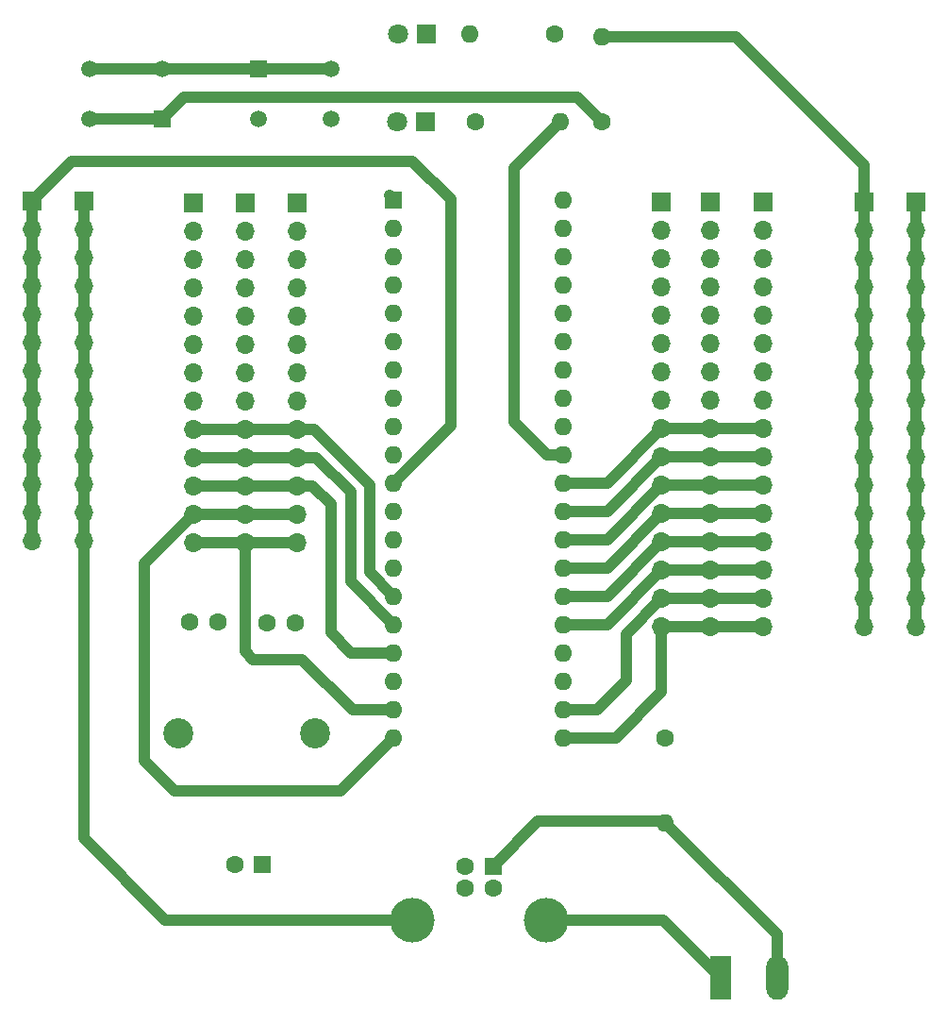
<source format=gbr>
%TF.GenerationSoftware,KiCad,Pcbnew,8.0.8*%
%TF.CreationDate,2025-04-17T23:47:09-06:00*%
%TF.ProjectId,Coquirana1,436f7175-6972-4616-9e61-312e6b696361,rev?*%
%TF.SameCoordinates,Original*%
%TF.FileFunction,Copper,L1,Top*%
%TF.FilePolarity,Positive*%
%FSLAX46Y46*%
G04 Gerber Fmt 4.6, Leading zero omitted, Abs format (unit mm)*
G04 Created by KiCad (PCBNEW 8.0.8) date 2025-04-17 23:47:09*
%MOMM*%
%LPD*%
G01*
G04 APERTURE LIST*
%TA.AperFunction,ComponentPad*%
%ADD10C,1.600000*%
%TD*%
%TA.AperFunction,ComponentPad*%
%ADD11O,1.600000X1.600000*%
%TD*%
%TA.AperFunction,ComponentPad*%
%ADD12C,1.498000*%
%TD*%
%TA.AperFunction,ComponentPad*%
%ADD13R,1.498000X1.498000*%
%TD*%
%TA.AperFunction,ComponentPad*%
%ADD14R,1.700000X1.700000*%
%TD*%
%TA.AperFunction,ComponentPad*%
%ADD15O,1.700000X1.700000*%
%TD*%
%TA.AperFunction,ComponentPad*%
%ADD16R,1.600000X1.600000*%
%TD*%
%TA.AperFunction,ComponentPad*%
%ADD17R,1.800000X1.800000*%
%TD*%
%TA.AperFunction,ComponentPad*%
%ADD18C,1.800000*%
%TD*%
%TA.AperFunction,ComponentPad*%
%ADD19C,4.000000*%
%TD*%
%TA.AperFunction,ComponentPad*%
%ADD20R,1.980000X3.960000*%
%TD*%
%TA.AperFunction,ComponentPad*%
%ADD21O,1.980000X3.960000*%
%TD*%
%TA.AperFunction,ComponentPad*%
%ADD22C,2.700000*%
%TD*%
%TA.AperFunction,Conductor*%
%ADD23C,1.000000*%
%TD*%
G04 APERTURE END LIST*
D10*
%TO.P,R5.1k,1*%
%TO.N,pin38*%
X166100000Y-113190000D03*
D11*
%TO.P,R5.1k,2*%
%TO.N,VCC*%
X166100000Y-120810000D03*
%TD*%
D12*
%TO.P,Boot,4*%
%TO.N,pin38*%
X136135000Y-57650000D03*
%TO.P,Boot,3*%
X129635000Y-57650000D03*
%TO.P,Boot,2*%
%TO.N,Earth*%
X136135000Y-53150000D03*
D13*
%TO.P,Boot,1*%
X129635000Y-53150000D03*
%TD*%
%TO.P,Reset,1*%
%TO.N,Net-(U1-Vpp{slash}~{MCLR}{slash}RE3)*%
X120950000Y-57700000D03*
D12*
%TO.P,Reset,2*%
X114450000Y-57700000D03*
%TO.P,Reset,3*%
%TO.N,Earth*%
X120950000Y-53200000D03*
%TO.P,Reset,4*%
X114450000Y-53200000D03*
%TD*%
D10*
%TO.P,R5.1k,1*%
%TO.N,Net-(U1-Vpp{slash}~{MCLR}{slash}RE3)*%
X160450000Y-57910000D03*
D11*
%TO.P,R5.1k,2*%
%TO.N,VCC*%
X160450000Y-50290000D03*
%TD*%
D14*
%TO.P,J3,1,Pin_1*%
%TO.N,pin2*%
X123800000Y-65210000D03*
D15*
%TO.P,J3,2,Pin_2*%
%TO.N,pin3*%
X123800000Y-67750000D03*
%TO.P,J3,3,Pin_3*%
%TO.N,pin4*%
X123800000Y-70290000D03*
%TO.P,J3,4,Pin_4*%
%TO.N,pin5*%
X123800000Y-72830000D03*
%TO.P,J3,5,Pin_5*%
%TO.N,pin7*%
X123800000Y-75370000D03*
%TO.P,J3,6,Pin_6*%
%TO.N,pin8*%
X123800000Y-77910000D03*
%TO.P,J3,7,Pin_7*%
%TO.N,pin9*%
X123800000Y-80450000D03*
%TO.P,J3,8,Pin_8*%
%TO.N,pin10*%
X123800000Y-82990000D03*
%TO.P,J3,9,Pin_9*%
%TO.N,pin15*%
X123800000Y-85530000D03*
%TO.P,J3,10,Pin_10*%
%TO.N,pin16*%
X123800000Y-88070000D03*
%TO.P,J3,11,Pin_11*%
%TO.N,pin17*%
X123800000Y-90610000D03*
%TO.P,J3,12,Pin_12*%
%TO.N,pin20*%
X123800000Y-93150000D03*
%TO.P,J3,13,Pin_13*%
%TO.N,pin19*%
X123800000Y-95690000D03*
%TD*%
D14*
%TO.P,VCC,1,Pin_1*%
%TO.N,VCC*%
X109300000Y-65050000D03*
D15*
%TO.P,VCC,2,Pin_2*%
X109300000Y-67590000D03*
%TO.P,VCC,3,Pin_3*%
X109300000Y-70130000D03*
%TO.P,VCC,4,Pin_4*%
X109300000Y-72670000D03*
%TO.P,VCC,5,Pin_5*%
X109300000Y-75210000D03*
%TO.P,VCC,6,Pin_6*%
X109300000Y-77750000D03*
%TO.P,VCC,7,Pin_7*%
X109300000Y-80290000D03*
%TO.P,VCC,8,Pin_8*%
X109300000Y-82830000D03*
%TO.P,VCC,9,Pin_9*%
X109300000Y-85370000D03*
%TO.P,VCC,10,Pin_10*%
X109300000Y-87910000D03*
%TO.P,VCC,11,Pin_11*%
X109300000Y-90450000D03*
%TO.P,VCC,12,Pin_12*%
X109300000Y-92990000D03*
%TO.P,VCC,13,Pin_13*%
X109300000Y-95530000D03*
%TD*%
D10*
%TO.P,15pF,1*%
%TO.N,Earth*%
X130400000Y-102850000D03*
%TO.P,15pF,2*%
%TO.N,Net-(U1-OSC1{slash}CLKI)*%
X132900000Y-102850000D03*
%TD*%
D14*
%TO.P,VCC,1,Pin_1*%
%TO.N,VCC*%
X184000000Y-65120000D03*
D15*
%TO.P,VCC,2,Pin_2*%
X184000000Y-67660000D03*
%TO.P,VCC,3,Pin_3*%
X184000000Y-70200000D03*
%TO.P,VCC,4,Pin_4*%
X184000000Y-72740000D03*
%TO.P,VCC,5,Pin_5*%
X184000000Y-75280000D03*
%TO.P,VCC,6,Pin_6*%
X184000000Y-77820000D03*
%TO.P,VCC,7,Pin_7*%
X184000000Y-80360000D03*
%TO.P,VCC,8,Pin_8*%
X184000000Y-82900000D03*
%TO.P,VCC,9,Pin_9*%
X184000000Y-85440000D03*
%TO.P,VCC,10,Pin_10*%
X184000000Y-87980000D03*
%TO.P,VCC,11,Pin_11*%
X184000000Y-90520000D03*
%TO.P,VCC,12,Pin_12*%
X184000000Y-93060000D03*
%TO.P,VCC,13,Pin_13*%
X184000000Y-95600000D03*
%TO.P,VCC,14,Pin_14*%
X184000000Y-98140000D03*
%TO.P,VCC,15,Pin_15*%
X184000000Y-100680000D03*
%TO.P,VCC,16,Pin_16*%
X184000000Y-103220000D03*
%TD*%
D16*
%TO.P,C220nF,1*%
%TO.N,Net-(U1-VUSB)*%
X129982380Y-124550000D03*
D10*
%TO.P,C220nF,2*%
%TO.N,Earth*%
X127482380Y-124550000D03*
%TD*%
D16*
%TO.P,PIC18F4550,1,Vpp/~{MCLR}/RE3*%
%TO.N,Net-(U1-Vpp{slash}~{MCLR}{slash}RE3)*%
X141760000Y-64950000D03*
D11*
%TO.P,PIC18F4550,2,RA0/AN0*%
%TO.N,pin2*%
X141760000Y-67490000D03*
%TO.P,PIC18F4550,3,RA1/AN1*%
%TO.N,pin3*%
X141760000Y-70030000D03*
%TO.P,PIC18F4550,4,RA2/AN2/Vref-/CVref*%
%TO.N,pin4*%
X141760000Y-72570000D03*
%TO.P,PIC18F4550,5,RA3/AN3/Vref+*%
%TO.N,pin5*%
X141760000Y-75110000D03*
%TO.P,PIC18F4550,6,RA4/T0CKI/C1OUT/RCV*%
%TO.N,Net-(U1-RA4{slash}T0CKI{slash}C1OUT{slash}RCV)*%
X141760000Y-77650000D03*
%TO.P,PIC18F4550,7,RA5/AN4/~{SS}/HLVDIN/C2OUT*%
%TO.N,pin7*%
X141760000Y-80190000D03*
%TO.P,PIC18F4550,8,CK1SPP/AN5/RE0*%
%TO.N,pin8*%
X141760000Y-82730000D03*
%TO.P,PIC18F4550,9,CK2SPP/AN6/RE1*%
%TO.N,pin9*%
X141760000Y-85270000D03*
%TO.P,PIC18F4550,10,OESPP/AN7/RE2*%
%TO.N,pin10*%
X141760000Y-87810000D03*
%TO.P,PIC18F4550,11,VDD*%
%TO.N,VCC*%
X141760000Y-90350000D03*
%TO.P,PIC18F4550,12,VSS*%
%TO.N,Earth*%
X141760000Y-92890000D03*
%TO.P,PIC18F4550,13,OSC1/CLKI*%
%TO.N,Net-(U1-OSC1{slash}CLKI)*%
X141760000Y-95430000D03*
%TO.P,PIC18F4550,14,RA6/OSC2/CLKO*%
%TO.N,Net-(U1-RA6{slash}OSC2{slash}CLKO)*%
X141760000Y-97970000D03*
%TO.P,PIC18F4550,15,T1OSO/T13CKI/RC0*%
%TO.N,pin15*%
X141760000Y-100510000D03*
%TO.P,PIC18F4550,16,~{UOE}/CCP2/T1OSI/RC1*%
%TO.N,pin16*%
X141760000Y-103050000D03*
%TO.P,PIC18F4550,17,P1A/CCP1/RC2*%
%TO.N,pin17*%
X141760000Y-105590000D03*
%TO.P,PIC18F4550,18,VUSB*%
%TO.N,Net-(U1-VUSB)*%
X141760000Y-108130000D03*
%TO.P,PIC18F4550,19,SPP0/RD0*%
%TO.N,pin19*%
X141760000Y-110670000D03*
%TO.P,PIC18F4550,20,SPP1/RD1*%
%TO.N,pin20*%
X141760000Y-113210000D03*
%TO.P,PIC18F4550,21,SPP2/RD2*%
%TO.N,pin21*%
X157000000Y-113210000D03*
%TO.P,PIC18F4550,22,SPP3/RD3*%
%TO.N,pin22*%
X157000000Y-110670000D03*
%TO.P,PIC18F4550,23,VM/D-/RC4*%
%TO.N,Net-(J1-D-)*%
X157000000Y-108130000D03*
%TO.P,PIC18F4550,24,VP/D+/RC5*%
%TO.N,Net-(J1-D+)*%
X157000000Y-105590000D03*
%TO.P,PIC18F4550,25,TX/CK/RC6*%
%TO.N,pin25*%
X157000000Y-103050000D03*
%TO.P,PIC18F4550,26,SDO/RX/DT/RC7*%
%TO.N,pin26*%
X157000000Y-100510000D03*
%TO.P,PIC18F4550,27,SPP4/RD4*%
%TO.N,pin27*%
X157000000Y-97970000D03*
%TO.P,PIC18F4550,28,P1B/SPP5/RD5*%
%TO.N,pin28*%
X157000000Y-95430000D03*
%TO.P,PIC18F4550,29,P1C/SPP6/RD6*%
%TO.N,pin29*%
X157000000Y-92890000D03*
%TO.P,PIC18F4550,30,P1D/SPP7/RD7*%
%TO.N,pin30*%
X157000000Y-90350000D03*
%TO.P,PIC18F4550,31,VSS*%
%TO.N,Earth*%
X157000000Y-87810000D03*
%TO.P,PIC18F4550,32,VDD*%
%TO.N,VCC*%
X157000000Y-85270000D03*
%TO.P,PIC18F4550,33,RB0/AN12/INT0/FLT0/SDI/SDA*%
%TO.N,pin33*%
X157000000Y-82730000D03*
%TO.P,PIC18F4550,34,RB1/AN10/INT1/SCK/SCL*%
%TO.N,pin34*%
X157000000Y-80190000D03*
%TO.P,PIC18F4550,35,RB2/AN8/INT2/VMO*%
%TO.N,pin35*%
X157000000Y-77650000D03*
%TO.P,PIC18F4550,36,RB3/AN9/CCP2/VPO*%
%TO.N,pin36*%
X157000000Y-75110000D03*
%TO.P,PIC18F4550,37,RB4/AN11/KBI0/CSSPP*%
%TO.N,pin37*%
X157000000Y-72570000D03*
%TO.P,PIC18F4550,38,RB5/KBI1/PGM*%
%TO.N,pin38*%
X157000000Y-70030000D03*
%TO.P,PIC18F4550,39,RB6/KBI2/PGC*%
%TO.N,pin39*%
X157000000Y-67490000D03*
%TO.P,PIC18F4550,40,RB7/KBI3/PGD*%
%TO.N,pin40*%
X157000000Y-64950000D03*
%TD*%
D17*
%TO.P,LEDR,1,K*%
%TO.N,Net-(D2-K)*%
X144620000Y-57940000D03*
D18*
%TO.P,LEDR,2,A*%
%TO.N,VCC*%
X142080000Y-57940000D03*
%TD*%
D14*
%TO.P,J4,1,Pin_1*%
%TO.N,pin2*%
X128450000Y-65210000D03*
D15*
%TO.P,J4,2,Pin_2*%
%TO.N,pin3*%
X128450000Y-67750000D03*
%TO.P,J4,3,Pin_3*%
%TO.N,pin4*%
X128450000Y-70290000D03*
%TO.P,J4,4,Pin_4*%
%TO.N,pin5*%
X128450000Y-72830000D03*
%TO.P,J4,5,Pin_5*%
%TO.N,pin7*%
X128450000Y-75370000D03*
%TO.P,J4,6,Pin_6*%
%TO.N,pin8*%
X128450000Y-77910000D03*
%TO.P,J4,7,Pin_7*%
%TO.N,pin9*%
X128450000Y-80450000D03*
%TO.P,J4,8,Pin_8*%
%TO.N,pin10*%
X128450000Y-82990000D03*
%TO.P,J4,9,Pin_9*%
%TO.N,pin15*%
X128450000Y-85530000D03*
%TO.P,J4,10,Pin_10*%
%TO.N,pin16*%
X128450000Y-88070000D03*
%TO.P,J4,11,Pin_11*%
%TO.N,pin17*%
X128450000Y-90610000D03*
%TO.P,J4,12,Pin_12*%
%TO.N,pin20*%
X128450000Y-93150000D03*
%TO.P,J4,13,Pin_13*%
%TO.N,pin19*%
X128450000Y-95690000D03*
%TD*%
D16*
%TO.P,USB,1,VBUS*%
%TO.N,VCC*%
X150700000Y-124690000D03*
D10*
%TO.P,USB,2,D-*%
%TO.N,Net-(J1-D-)*%
X148200000Y-124690000D03*
%TO.P,USB,3,D+*%
%TO.N,Net-(J1-D+)*%
X148200000Y-126690000D03*
%TO.P,USB,4,GND*%
%TO.N,Earth*%
X150700000Y-126690000D03*
D19*
%TO.P,USB,5,Shield*%
X155450000Y-129550000D03*
X143450000Y-129550000D03*
%TD*%
D20*
%TO.P,T-block,1,Pin_1*%
%TO.N,Earth*%
X171150000Y-134700000D03*
D21*
%TO.P,T-block,2,Pin_2*%
%TO.N,VCC*%
X176150000Y-134700000D03*
%TD*%
D14*
%TO.P,J6,1,Pin_1*%
%TO.N,pin40*%
X165800000Y-65150000D03*
D15*
%TO.P,J6,2,Pin_2*%
%TO.N,pin39*%
X165800000Y-67690000D03*
%TO.P,J6,3,Pin_3*%
%TO.N,pin38*%
X165800000Y-70230000D03*
%TO.P,J6,4,Pin_4*%
%TO.N,pin37*%
X165800000Y-72770000D03*
%TO.P,J6,5,Pin_5*%
%TO.N,pin36*%
X165800000Y-75310000D03*
%TO.P,J6,6,Pin_6*%
%TO.N,pin35*%
X165800000Y-77850000D03*
%TO.P,J6,7,Pin_7*%
%TO.N,pin34*%
X165800000Y-80390000D03*
%TO.P,J6,8,Pin_8*%
%TO.N,pin33*%
X165800000Y-82930000D03*
%TO.P,J6,9,Pin_9*%
%TO.N,pin30*%
X165800000Y-85470000D03*
%TO.P,J6,10,Pin_10*%
%TO.N,pin29*%
X165800000Y-88010000D03*
%TO.P,J6,11,Pin_11*%
%TO.N,pin28*%
X165800000Y-90550000D03*
%TO.P,J6,12,Pin_12*%
%TO.N,pin27*%
X165800000Y-93090000D03*
%TO.P,J6,13,Pin_13*%
%TO.N,pin26*%
X165800000Y-95630000D03*
%TO.P,J6,14,Pin_14*%
%TO.N,pin25*%
X165800000Y-98170000D03*
%TO.P,J6,15,Pin_15*%
%TO.N,pin22*%
X165800000Y-100710000D03*
%TO.P,J6,16,Pin_16*%
%TO.N,pin21*%
X165800000Y-103250000D03*
%TD*%
D17*
%TO.P,LEDV,1,K*%
%TO.N,Net-(D1-K)*%
X144680000Y-50090000D03*
D18*
%TO.P,LEDV,2,A*%
%TO.N,VCC*%
X142140000Y-50090000D03*
%TD*%
D10*
%TO.P,R470,1*%
%TO.N,Net-(U1-RA4{slash}T0CKI{slash}C1OUT{slash}RCV)*%
X156190000Y-50040000D03*
D11*
%TO.P,R470,2*%
%TO.N,Net-(D1-K)*%
X148570000Y-50040000D03*
%TD*%
D10*
%TO.P,15pF,1*%
%TO.N,Net-(U1-RA6{slash}OSC2{slash}CLKO)*%
X123450000Y-102800000D03*
%TO.P,15pF,2*%
%TO.N,Earth*%
X125950000Y-102800000D03*
%TD*%
D14*
%TO.P,GND,1,Pin_1*%
%TO.N,Earth*%
X113950000Y-65050000D03*
D15*
%TO.P,GND,2,Pin_2*%
X113950000Y-67590000D03*
%TO.P,GND,3,Pin_3*%
X113950000Y-70130000D03*
%TO.P,GND,4,Pin_4*%
X113950000Y-72670000D03*
%TO.P,GND,5,Pin_5*%
X113950000Y-75210000D03*
%TO.P,GND,6,Pin_6*%
X113950000Y-77750000D03*
%TO.P,GND,7,Pin_7*%
X113950000Y-80290000D03*
%TO.P,GND,8,Pin_8*%
X113950000Y-82830000D03*
%TO.P,GND,9,Pin_9*%
X113950000Y-85370000D03*
%TO.P,GND,10,Pin_10*%
X113950000Y-87910000D03*
%TO.P,GND,11,Pin_11*%
X113950000Y-90450000D03*
%TO.P,GND,12,Pin_12*%
X113950000Y-92990000D03*
%TO.P,GND,13,Pin_13*%
X113950000Y-95530000D03*
%TD*%
D10*
%TO.P,R470,1*%
%TO.N,Net-(D2-K)*%
X149100000Y-57900000D03*
D11*
%TO.P,R470,2*%
%TO.N,Earth*%
X156720000Y-57900000D03*
%TD*%
D22*
%TO.P,20MHz,1,1*%
%TO.N,Net-(U1-RA6{slash}OSC2{slash}CLKO)*%
X122400000Y-112750000D03*
%TO.P,20MHz,2,2*%
%TO.N,Net-(U1-OSC1{slash}CLKI)*%
X134740000Y-112750000D03*
%TD*%
D14*
%TO.P,J8,1,Pin_1*%
%TO.N,pin40*%
X174900000Y-65150000D03*
D15*
%TO.P,J8,2,Pin_2*%
%TO.N,pin39*%
X174900000Y-67690000D03*
%TO.P,J8,3,Pin_3*%
%TO.N,pin38*%
X174900000Y-70230000D03*
%TO.P,J8,4,Pin_4*%
%TO.N,pin37*%
X174900000Y-72770000D03*
%TO.P,J8,5,Pin_5*%
%TO.N,pin36*%
X174900000Y-75310000D03*
%TO.P,J8,6,Pin_6*%
%TO.N,pin35*%
X174900000Y-77850000D03*
%TO.P,J8,7,Pin_7*%
%TO.N,pin34*%
X174900000Y-80390000D03*
%TO.P,J8,8,Pin_8*%
%TO.N,pin33*%
X174900000Y-82930000D03*
%TO.P,J8,9,Pin_9*%
%TO.N,pin30*%
X174900000Y-85470000D03*
%TO.P,J8,10,Pin_10*%
%TO.N,pin29*%
X174900000Y-88010000D03*
%TO.P,J8,11,Pin_11*%
%TO.N,pin28*%
X174900000Y-90550000D03*
%TO.P,J8,12,Pin_12*%
%TO.N,pin27*%
X174900000Y-93090000D03*
%TO.P,J8,13,Pin_13*%
%TO.N,pin26*%
X174900000Y-95630000D03*
%TO.P,J8,14,Pin_14*%
%TO.N,pin25*%
X174900000Y-98170000D03*
%TO.P,J8,15,Pin_15*%
%TO.N,pin22*%
X174900000Y-100710000D03*
%TO.P,J8,16,Pin_16*%
%TO.N,pin21*%
X174900000Y-103250000D03*
%TD*%
D14*
%TO.P,J5,1,Pin_1*%
%TO.N,pin2*%
X133100000Y-65210000D03*
D15*
%TO.P,J5,2,Pin_2*%
%TO.N,pin3*%
X133100000Y-67750000D03*
%TO.P,J5,3,Pin_3*%
%TO.N,pin4*%
X133100000Y-70290000D03*
%TO.P,J5,4,Pin_4*%
%TO.N,pin5*%
X133100000Y-72830000D03*
%TO.P,J5,5,Pin_5*%
%TO.N,pin7*%
X133100000Y-75370000D03*
%TO.P,J5,6,Pin_6*%
%TO.N,pin8*%
X133100000Y-77910000D03*
%TO.P,J5,7,Pin_7*%
%TO.N,pin9*%
X133100000Y-80450000D03*
%TO.P,J5,8,Pin_8*%
%TO.N,pin10*%
X133100000Y-82990000D03*
%TO.P,J5,9,Pin_9*%
%TO.N,pin15*%
X133100000Y-85530000D03*
%TO.P,J5,10,Pin_10*%
%TO.N,pin16*%
X133100000Y-88070000D03*
%TO.P,J5,11,Pin_11*%
%TO.N,pin17*%
X133100000Y-90610000D03*
%TO.P,J5,12,Pin_12*%
%TO.N,pin20*%
X133100000Y-93150000D03*
%TO.P,J5,13,Pin_13*%
%TO.N,pin19*%
X133100000Y-95690000D03*
%TD*%
D14*
%TO.P,J7,1,Pin_1*%
%TO.N,pin40*%
X170150000Y-65150000D03*
D15*
%TO.P,J7,2,Pin_2*%
%TO.N,pin39*%
X170150000Y-67690000D03*
%TO.P,J7,3,Pin_3*%
%TO.N,pin38*%
X170150000Y-70230000D03*
%TO.P,J7,4,Pin_4*%
%TO.N,pin37*%
X170150000Y-72770000D03*
%TO.P,J7,5,Pin_5*%
%TO.N,pin36*%
X170150000Y-75310000D03*
%TO.P,J7,6,Pin_6*%
%TO.N,pin35*%
X170150000Y-77850000D03*
%TO.P,J7,7,Pin_7*%
%TO.N,pin34*%
X170150000Y-80390000D03*
%TO.P,J7,8,Pin_8*%
%TO.N,pin33*%
X170150000Y-82930000D03*
%TO.P,J7,9,Pin_9*%
%TO.N,pin30*%
X170150000Y-85470000D03*
%TO.P,J7,10,Pin_10*%
%TO.N,pin29*%
X170150000Y-88010000D03*
%TO.P,J7,11,Pin_11*%
%TO.N,pin28*%
X170150000Y-90550000D03*
%TO.P,J7,12,Pin_12*%
%TO.N,pin27*%
X170150000Y-93090000D03*
%TO.P,J7,13,Pin_13*%
%TO.N,pin26*%
X170150000Y-95630000D03*
%TO.P,J7,14,Pin_14*%
%TO.N,pin25*%
X170150000Y-98170000D03*
%TO.P,J7,15,Pin_15*%
%TO.N,pin22*%
X170150000Y-100710000D03*
%TO.P,J7,16,Pin_16*%
%TO.N,pin21*%
X170150000Y-103250000D03*
%TD*%
D14*
%TO.P,GND,1,Pin_1*%
%TO.N,Earth*%
X188650000Y-65120000D03*
D15*
%TO.P,GND,2,Pin_2*%
X188650000Y-67660000D03*
%TO.P,GND,3,Pin_3*%
X188650000Y-70200000D03*
%TO.P,GND,4,Pin_4*%
X188650000Y-72740000D03*
%TO.P,GND,5,Pin_5*%
X188650000Y-75280000D03*
%TO.P,GND,6,Pin_6*%
X188650000Y-77820000D03*
%TO.P,GND,7,Pin_7*%
X188650000Y-80360000D03*
%TO.P,GND,8,Pin_8*%
X188650000Y-82900000D03*
%TO.P,GND,9,Pin_9*%
X188650000Y-85440000D03*
%TO.P,GND,10,Pin_10*%
X188650000Y-87980000D03*
%TO.P,GND,11,Pin_11*%
X188650000Y-90520000D03*
%TO.P,GND,12,Pin_12*%
X188650000Y-93060000D03*
%TO.P,GND,13,Pin_13*%
X188650000Y-95600000D03*
%TO.P,GND,14,Pin_14*%
X188650000Y-98140000D03*
%TO.P,GND,15,Pin_15*%
X188650000Y-100680000D03*
%TO.P,GND,16,Pin_16*%
X188650000Y-103220000D03*
%TD*%
D23*
%TO.N,Net-(U1-Vpp{slash}~{MCLR}{slash}RE3)*%
X141760000Y-64910000D02*
X141350000Y-64500000D01*
X141760000Y-64950000D02*
X141760000Y-64910000D01*
%TO.N,Earth*%
X129635000Y-53150000D02*
X136135000Y-53150000D01*
X129585000Y-53200000D02*
X129635000Y-53150000D01*
X120950000Y-53200000D02*
X129585000Y-53200000D01*
%TO.N,Net-(U1-Vpp{slash}~{MCLR}{slash}RE3)*%
X120950000Y-57700000D02*
X114450000Y-57700000D01*
%TO.N,Earth*%
X120950000Y-53200000D02*
X114450000Y-53200000D01*
%TO.N,VCC*%
X165990000Y-120700000D02*
X166100000Y-120810000D01*
X154690000Y-120700000D02*
X165990000Y-120700000D01*
X150700000Y-124690000D02*
X154690000Y-120700000D01*
X176150000Y-130860000D02*
X176150000Y-134700000D01*
X166100000Y-120810000D02*
X176150000Y-130860000D01*
%TO.N,Earth*%
X165972500Y-129522500D02*
X171150000Y-134700000D01*
X156720000Y-57900000D02*
X152550000Y-62070000D01*
X188650000Y-65120000D02*
X188650000Y-103220000D01*
X155477500Y-129522500D02*
X165972500Y-129522500D01*
X152550000Y-84850000D02*
X155510000Y-87810000D01*
X155510000Y-87810000D02*
X157000000Y-87810000D01*
X113950000Y-95530000D02*
X113950000Y-65050000D01*
X121272500Y-129522500D02*
X143450000Y-129522500D01*
X155450000Y-129550000D02*
X155477500Y-129522500D01*
X113950000Y-95530000D02*
X113950000Y-122200000D01*
X113950000Y-122200000D02*
X121272500Y-129522500D01*
X152550000Y-62070000D02*
X152550000Y-84850000D01*
%TO.N,VCC*%
X146900000Y-64900000D02*
X143450000Y-61450000D01*
X146900000Y-85210000D02*
X146900000Y-64900000D01*
X109300000Y-65050000D02*
X109300000Y-95530000D01*
X112900000Y-61450000D02*
X109300000Y-65050000D01*
X143450000Y-61450000D02*
X112900000Y-61450000D01*
X184000000Y-61850000D02*
X184000000Y-65120000D01*
X141760000Y-90350000D02*
X146900000Y-85210000D01*
X184000000Y-65120000D02*
X184000000Y-103220000D01*
X160450000Y-50290000D02*
X172440000Y-50290000D01*
X172440000Y-50290000D02*
X184000000Y-61850000D01*
%TO.N,pin16*%
X134820000Y-88070000D02*
X137900000Y-91150000D01*
X133100000Y-88070000D02*
X134820000Y-88070000D01*
X133100000Y-88070000D02*
X128450000Y-88070000D01*
X128450000Y-88070000D02*
X123800000Y-88070000D01*
X137900000Y-91150000D02*
X137900000Y-99190000D01*
X137900000Y-99190000D02*
X141760000Y-103050000D01*
%TO.N,pin17*%
X136100000Y-92250000D02*
X136100000Y-103750000D01*
X136100000Y-103750000D02*
X137940000Y-105590000D01*
X133100000Y-90610000D02*
X134460000Y-90610000D01*
X133100000Y-90610000D02*
X128450000Y-90610000D01*
X128450000Y-90610000D02*
X123800000Y-90610000D01*
X134460000Y-90610000D02*
X136100000Y-92250000D01*
X137940000Y-105590000D02*
X141760000Y-105590000D01*
%TO.N,pin21*%
X165800000Y-103250000D02*
X170150000Y-103250000D01*
X165800000Y-109100000D02*
X165800000Y-103250000D01*
X170150000Y-103250000D02*
X174900000Y-103250000D01*
X161690000Y-113210000D02*
X165800000Y-109100000D01*
X157000000Y-113210000D02*
X161690000Y-113210000D01*
%TO.N,pin19*%
X138070000Y-110670000D02*
X141760000Y-110670000D01*
X128450000Y-95690000D02*
X123800000Y-95690000D01*
X133550000Y-106150000D02*
X138070000Y-110670000D01*
X128450000Y-95690000D02*
X133100000Y-95690000D01*
X129150000Y-106150000D02*
X133550000Y-106150000D01*
X128450000Y-105450000D02*
X129150000Y-106150000D01*
X128450000Y-95690000D02*
X128450000Y-105450000D01*
%TO.N,pin25*%
X157000000Y-103050000D02*
X160920000Y-103050000D01*
X165800000Y-98170000D02*
X170150000Y-98170000D01*
X160920000Y-103050000D02*
X165800000Y-98170000D01*
X170150000Y-98170000D02*
X174900000Y-98170000D01*
%TO.N,pin20*%
X137020000Y-117950000D02*
X141760000Y-113210000D01*
X123800000Y-93150000D02*
X119400000Y-97550000D01*
X122100000Y-117950000D02*
X137020000Y-117950000D01*
X128450000Y-93150000D02*
X133100000Y-93150000D01*
X119400000Y-115250000D02*
X122100000Y-117950000D01*
X119400000Y-97550000D02*
X119400000Y-115250000D01*
X123800000Y-93150000D02*
X128450000Y-93150000D01*
%TO.N,pin26*%
X160920000Y-100510000D02*
X165800000Y-95630000D01*
X165800000Y-95630000D02*
X170150000Y-95630000D01*
X157000000Y-100510000D02*
X160920000Y-100510000D01*
X170150000Y-95630000D02*
X174900000Y-95630000D01*
%TO.N,pin15*%
X141760000Y-100510000D02*
X139600000Y-98350000D01*
X134630000Y-85530000D02*
X133100000Y-85530000D01*
X133100000Y-85530000D02*
X128450000Y-85530000D01*
X139600000Y-98350000D02*
X139600000Y-90500000D01*
X128450000Y-85530000D02*
X123800000Y-85530000D01*
X139600000Y-90500000D02*
X134630000Y-85530000D01*
%TO.N,pin27*%
X165800000Y-93090000D02*
X170150000Y-93090000D01*
X170150000Y-93090000D02*
X174900000Y-93090000D01*
X157000000Y-97970000D02*
X160920000Y-97970000D01*
X160920000Y-97970000D02*
X165800000Y-93090000D01*
%TO.N,pin28*%
X160920000Y-95430000D02*
X165800000Y-90550000D01*
X170150000Y-90550000D02*
X174900000Y-90550000D01*
X157000000Y-95430000D02*
X160920000Y-95430000D01*
X165800000Y-90550000D02*
X170150000Y-90550000D01*
%TO.N,pin30*%
X157000000Y-90350000D02*
X160920000Y-90350000D01*
X170150000Y-85470000D02*
X174900000Y-85470000D01*
X165800000Y-85470000D02*
X170150000Y-85470000D01*
X160920000Y-90350000D02*
X165800000Y-85470000D01*
%TO.N,pin22*%
X160030000Y-110670000D02*
X162650000Y-108050000D01*
X170150000Y-100710000D02*
X174900000Y-100710000D01*
X162650000Y-108050000D02*
X162650000Y-103860000D01*
X165800000Y-100710000D02*
X170150000Y-100710000D01*
X162650000Y-103860000D02*
X165800000Y-100710000D01*
X157000000Y-110670000D02*
X160030000Y-110670000D01*
%TO.N,pin29*%
X165800000Y-88010000D02*
X170150000Y-88010000D01*
X157000000Y-92890000D02*
X160920000Y-92890000D01*
X160920000Y-92890000D02*
X165800000Y-88010000D01*
X170150000Y-88010000D02*
X174900000Y-88010000D01*
%TO.N,Net-(U1-Vpp{slash}~{MCLR}{slash}RE3)*%
X120950000Y-57700000D02*
X122950000Y-55700000D01*
X158240000Y-55700000D02*
X160450000Y-57910000D01*
X122950000Y-55700000D02*
X158240000Y-55700000D01*
%TD*%
M02*

</source>
